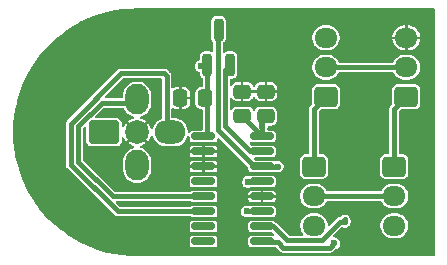
<source format=gbr>
%TF.GenerationSoftware,KiCad,Pcbnew,9.0.2*%
%TF.CreationDate,2025-10-29T16:27:15+01:00*%
%TF.ProjectId,neverx_daugther,6e657665-7278-45f6-9461-756774686572,rev?*%
%TF.SameCoordinates,Original*%
%TF.FileFunction,Copper,L2,Bot*%
%TF.FilePolarity,Positive*%
%FSLAX46Y46*%
G04 Gerber Fmt 4.6, Leading zero omitted, Abs format (unit mm)*
G04 Created by KiCad (PCBNEW 9.0.2) date 2025-10-29 16:27:15*
%MOMM*%
%LPD*%
G01*
G04 APERTURE LIST*
G04 Aperture macros list*
%AMRoundRect*
0 Rectangle with rounded corners*
0 $1 Rounding radius*
0 $2 $3 $4 $5 $6 $7 $8 $9 X,Y pos of 4 corners*
0 Add a 4 corners polygon primitive as box body*
4,1,4,$2,$3,$4,$5,$6,$7,$8,$9,$2,$3,0*
0 Add four circle primitives for the rounded corners*
1,1,$1+$1,$2,$3*
1,1,$1+$1,$4,$5*
1,1,$1+$1,$6,$7*
1,1,$1+$1,$8,$9*
0 Add four rect primitives between the rounded corners*
20,1,$1+$1,$2,$3,$4,$5,0*
20,1,$1+$1,$4,$5,$6,$7,0*
20,1,$1+$1,$6,$7,$8,$9,0*
20,1,$1+$1,$8,$9,$2,$3,0*%
G04 Aperture macros list end*
%TA.AperFunction,ComponentPad*%
%ADD10RoundRect,0.300000X-1.000000X-0.700000X1.000000X-0.700000X1.000000X0.700000X-1.000000X0.700000X0*%
%TD*%
%TA.AperFunction,ComponentPad*%
%ADD11RoundRect,1.000000X0.000010X-0.300000X0.000010X0.300000X-0.000010X0.300000X-0.000010X-0.300000X0*%
%TD*%
%TA.AperFunction,ComponentPad*%
%ADD12RoundRect,1.000000X-0.300000X-0.000010X0.300000X-0.000010X0.300000X0.000010X-0.300000X0.000010X0*%
%TD*%
%TA.AperFunction,ComponentPad*%
%ADD13RoundRect,1.000000X-0.000010X0.300000X-0.000010X-0.300000X0.000010X-0.300000X0.000010X0.300000X0*%
%TD*%
%TA.AperFunction,ComponentPad*%
%ADD14C,2.000000*%
%TD*%
%TA.AperFunction,SMDPad,CuDef*%
%ADD15RoundRect,0.250000X0.475000X-0.337500X0.475000X0.337500X-0.475000X0.337500X-0.475000X-0.337500X0*%
%TD*%
%TA.AperFunction,ComponentPad*%
%ADD16RoundRect,0.250000X0.725000X-0.600000X0.725000X0.600000X-0.725000X0.600000X-0.725000X-0.600000X0*%
%TD*%
%TA.AperFunction,ComponentPad*%
%ADD17O,1.950000X1.700000*%
%TD*%
%TA.AperFunction,ComponentPad*%
%ADD18RoundRect,0.250000X-0.725000X0.600000X-0.725000X-0.600000X0.725000X-0.600000X0.725000X0.600000X0*%
%TD*%
%TA.AperFunction,SMDPad,CuDef*%
%ADD19RoundRect,0.200000X0.200000X-0.750000X0.200000X0.750000X-0.200000X0.750000X-0.200000X-0.750000X0*%
%TD*%
%TA.AperFunction,SMDPad,CuDef*%
%ADD20RoundRect,0.150000X0.825000X0.150000X-0.825000X0.150000X-0.825000X-0.150000X0.825000X-0.150000X0*%
%TD*%
%TA.AperFunction,SMDPad,CuDef*%
%ADD21RoundRect,0.250000X0.337500X0.475000X-0.337500X0.475000X-0.337500X-0.475000X0.337500X-0.475000X0*%
%TD*%
%TA.AperFunction,ViaPad*%
%ADD22C,0.600000*%
%TD*%
%TA.AperFunction,Conductor*%
%ADD23C,0.400000*%
%TD*%
G04 APERTURE END LIST*
D10*
%TO.P,J1,1,Pin_1*%
%TO.N,+5V*%
X97200000Y-100000000D03*
D11*
%TO.P,J1,2,Pin_2*%
%TO.N,Net-(J1-Pin_2)*%
X100000000Y-97200000D03*
D12*
%TO.P,J1,3,Pin_3*%
%TO.N,Net-(J1-Pin_3)*%
X102800000Y-100000000D03*
D13*
%TO.P,J1,4,Pin_4*%
%TO.N,unconnected-(J1-Pin_4-Pad4)*%
X100000000Y-102800000D03*
D14*
%TO.P,J1,5,Pin_5*%
%TO.N,E-*%
X100000000Y-100000000D03*
%TD*%
D15*
%TO.P,C1,1*%
%TO.N,+5V*%
X110900000Y-98637500D03*
%TO.P,C1,2*%
%TO.N,E-*%
X110900000Y-96562500D03*
%TD*%
D16*
%TO.P,J2,1,Pin_1*%
%TO.N,Net-(J2-Pin_1)*%
X122800000Y-97000000D03*
D17*
%TO.P,J2,2,Pin_2*%
%TO.N,Net-(J2-Pin_2)*%
X122800000Y-94500000D03*
%TO.P,J2,3,Pin_3*%
%TO.N,E-*%
X122800000Y-92000000D03*
%TD*%
D18*
%TO.P,J4,1,Pin_1*%
%TO.N,Net-(J2-Pin_1)*%
X121775000Y-102900000D03*
D17*
%TO.P,J4,2,Pin_2*%
%TO.N,Net-(J4-Pin_2)*%
X121775000Y-105400000D03*
%TO.P,J4,3,Pin_3*%
%TO.N,A+*%
X121775000Y-107900000D03*
%TD*%
D19*
%TO.P,Q1,1,B*%
%TO.N,Net-(Q1-B)*%
X107850000Y-94300000D03*
%TO.P,Q1,2,E*%
%TO.N,+5V*%
X105950000Y-94300000D03*
%TO.P,Q1,3,C*%
%TO.N,Net-(Q1-C)*%
X106900000Y-91300000D03*
%TD*%
D20*
%TO.P,U1,1,VSUP*%
%TO.N,+5V*%
X110575000Y-100355000D03*
%TO.P,U1,2,BASE*%
%TO.N,Net-(Q1-B)*%
X110575000Y-101625000D03*
%TO.P,U1,3,AVDD*%
%TO.N,Net-(Q1-C)*%
X110575000Y-102895000D03*
%TO.P,U1,4,VFB*%
%TO.N,Net-(U1-VFB)*%
X110575000Y-104165000D03*
%TO.P,U1,5,AGND*%
%TO.N,E-*%
X110575000Y-105435000D03*
%TO.P,U1,6,VBG*%
%TO.N,Net-(U1-VBG)*%
X110575000Y-106705000D03*
%TO.P,U1,7,INA-*%
%TO.N,Net-(U1-INA-)*%
X110575000Y-107975000D03*
%TO.P,U1,8,INA+*%
%TO.N,Net-(U1-INA+)*%
X110575000Y-109245000D03*
%TO.P,U1,9,INB-*%
%TO.N,unconnected-(U1-INB--Pad9)*%
X105625000Y-109245000D03*
%TO.P,U1,10,INB+*%
%TO.N,unconnected-(U1-INB+-Pad10)*%
X105625000Y-107975000D03*
%TO.P,U1,11,PD_SCK*%
%TO.N,Net-(J1-Pin_3)*%
X105625000Y-106705000D03*
%TO.P,U1,12,DOUT*%
%TO.N,Net-(J1-Pin_2)*%
X105625000Y-105435000D03*
%TO.P,U1,13,XO*%
%TO.N,unconnected-(U1-XO-Pad13)*%
X105625000Y-104165000D03*
%TO.P,U1,14,XI*%
%TO.N,E-*%
X105625000Y-102895000D03*
%TO.P,U1,15,RATE*%
X105625000Y-101625000D03*
%TO.P,U1,16,DVDD*%
%TO.N,+5V*%
X105625000Y-100355000D03*
%TD*%
D15*
%TO.P,C3,1*%
%TO.N,+5V*%
X108900000Y-98637500D03*
%TO.P,C3,2*%
%TO.N,E-*%
X108900000Y-96562500D03*
%TD*%
D21*
%TO.P,C2,1*%
%TO.N,+5V*%
X105737500Y-97100000D03*
%TO.P,C2,2*%
%TO.N,E-*%
X103662500Y-97100000D03*
%TD*%
D18*
%TO.P,J5,1,Pin_1*%
%TO.N,Net-(J3-Pin_1)*%
X114975000Y-102900000D03*
D17*
%TO.P,J5,2,Pin_2*%
%TO.N,Net-(J4-Pin_2)*%
X114975000Y-105400000D03*
%TO.P,J5,3,Pin_3*%
%TO.N,E+*%
X114975000Y-107900000D03*
%TD*%
D16*
%TO.P,J3,1,Pin_1*%
%TO.N,Net-(J3-Pin_1)*%
X116000000Y-97000000D03*
D17*
%TO.P,J3,2,Pin_2*%
%TO.N,Net-(J2-Pin_2)*%
X116000000Y-94500000D03*
%TO.P,J3,3,Pin_3*%
%TO.N,A-*%
X116000000Y-92000000D03*
%TD*%
D22*
%TO.N,+5V*%
X105400000Y-94400000D03*
X110575000Y-99500000D03*
%TO.N,Net-(U1-VBG)*%
X109300000Y-106700000D03*
%TO.N,Net-(U1-INA-)*%
X117600000Y-107562500D03*
%TO.N,Net-(U1-INA+)*%
X116700000Y-109400000D03*
%TO.N,Net-(U1-VFB)*%
X109400000Y-104200000D03*
%TO.N,Net-(Q1-C)*%
X111900000Y-102900000D03*
%TD*%
D23*
%TO.N,+5V*%
X110575000Y-100312500D02*
X108900000Y-98637500D01*
X105850000Y-94400000D02*
X105950000Y-94300000D01*
X105950000Y-100030000D02*
X105625000Y-100355000D01*
X105950000Y-94300000D02*
X105950000Y-100030000D01*
X110575000Y-98962500D02*
X110900000Y-98637500D01*
X110575000Y-100355000D02*
X110575000Y-100312500D01*
X110575000Y-100355000D02*
X110575000Y-99500000D01*
X105400000Y-94400000D02*
X105850000Y-94400000D01*
X110575000Y-99500000D02*
X110575000Y-98962500D01*
%TO.N,Net-(U1-VBG)*%
X109300000Y-106700000D02*
X110570000Y-106700000D01*
X110570000Y-106700000D02*
X110575000Y-106705000D01*
%TO.N,Net-(U1-INA-)*%
X111549999Y-107975000D02*
X110575000Y-107975000D01*
X117600000Y-107362500D02*
X117600000Y-107562500D01*
X117600000Y-107562500D02*
X117206681Y-107562500D01*
X115618181Y-109151000D02*
X112725999Y-109151000D01*
X112725999Y-109151000D02*
X111549999Y-107975000D01*
X117206681Y-107562500D02*
X115618181Y-109151000D01*
%TO.N,Net-(U1-INA+)*%
X116700000Y-109400000D02*
X116300000Y-109800000D01*
X112400000Y-109800000D02*
X111900000Y-109300000D01*
X116300000Y-109800000D02*
X112400000Y-109800000D01*
X111900000Y-109300000D02*
X110630000Y-109300000D01*
X110630000Y-109300000D02*
X110575000Y-109245000D01*
%TO.N,Net-(J1-Pin_2)*%
X105625000Y-105435000D02*
X97935000Y-105435000D01*
X95000000Y-102500000D02*
X95000000Y-99508636D01*
X95000000Y-99508636D02*
X97008636Y-97500000D01*
X97935000Y-105435000D02*
X95000000Y-102500000D01*
X97008636Y-97500000D02*
X100000000Y-97500000D01*
%TO.N,Net-(J1-Pin_3)*%
X102500000Y-95202580D02*
X102500000Y-100000000D01*
X94399000Y-102748942D02*
X94399000Y-99259694D01*
X105625000Y-106705000D02*
X98355058Y-106705000D01*
X98355058Y-106705000D02*
X94399000Y-102748942D01*
X98658694Y-95000000D02*
X102297420Y-95000000D01*
X94399000Y-99259694D02*
X98658694Y-95000000D01*
X102297420Y-95000000D02*
X102500000Y-95202580D01*
%TO.N,Net-(U1-VFB)*%
X109400000Y-104200000D02*
X110540000Y-104200000D01*
X110540000Y-104200000D02*
X110575000Y-104165000D01*
%TO.N,Net-(J2-Pin_2)*%
X116000000Y-94500000D02*
X122800000Y-94500000D01*
%TO.N,Net-(J2-Pin_1)*%
X121775000Y-102900000D02*
X121775000Y-98025000D01*
X121775000Y-98025000D02*
X122800000Y-97000000D01*
%TO.N,Net-(J3-Pin_1)*%
X114975000Y-102900000D02*
X114975000Y-98025000D01*
X114975000Y-98025000D02*
X116000000Y-97000000D01*
%TO.N,Net-(J4-Pin_2)*%
X114975000Y-105400000D02*
X121775000Y-105400000D01*
%TO.N,Net-(Q1-C)*%
X110580000Y-102900000D02*
X110575000Y-102895000D01*
X109923388Y-102895000D02*
X110575000Y-102895000D01*
X106900000Y-91300000D02*
X106849000Y-91351000D01*
X106849000Y-99820612D02*
X109923388Y-102895000D01*
X111900000Y-102900000D02*
X110580000Y-102900000D01*
X106849000Y-91351000D02*
X106849000Y-99820612D01*
%TO.N,Net-(Q1-B)*%
X109600001Y-101625000D02*
X110575000Y-101625000D01*
X107450000Y-94700000D02*
X107450000Y-99474999D01*
X107850000Y-94300000D02*
X107450000Y-94700000D01*
X107450000Y-99474999D02*
X109600001Y-101625000D01*
%TD*%
%TA.AperFunction,Conductor*%
%TO.N,E-*%
G36*
X102058691Y-95419407D02*
G01*
X102094655Y-95468907D01*
X102099500Y-95499500D01*
X102099500Y-98800011D01*
X102080593Y-98858202D01*
X102040489Y-98890575D01*
X101913332Y-98946720D01*
X101729780Y-99072457D01*
X101572454Y-99229783D01*
X101446722Y-99413330D01*
X101428546Y-99454496D01*
X101356857Y-99616857D01*
X101350113Y-99645531D01*
X101345732Y-99664157D01*
X101314003Y-99716472D01*
X101257584Y-99740147D01*
X101198024Y-99726138D01*
X101158073Y-99679795D01*
X101155207Y-99672081D01*
X101112086Y-99539366D01*
X101026332Y-99371063D01*
X101026330Y-99371059D01*
X100921592Y-99226900D01*
X100493581Y-99654910D01*
X100480119Y-99631592D01*
X100368408Y-99519881D01*
X100345087Y-99506416D01*
X100773098Y-99078406D01*
X100628940Y-98973669D01*
X100628936Y-98973667D01*
X100460635Y-98887914D01*
X100327917Y-98844792D01*
X100278417Y-98808828D01*
X100259510Y-98750637D01*
X100278417Y-98692446D01*
X100327917Y-98656482D01*
X100335814Y-98654274D01*
X100383143Y-98643143D01*
X100586671Y-98553277D01*
X100770221Y-98427542D01*
X100927542Y-98270221D01*
X101053277Y-98086671D01*
X101143143Y-97883143D01*
X101194081Y-97666567D01*
X101200500Y-97574092D01*
X101200500Y-96825908D01*
X101194081Y-96733433D01*
X101182224Y-96683022D01*
X101155829Y-96570796D01*
X101143143Y-96516857D01*
X101053277Y-96313329D01*
X100949689Y-96162109D01*
X100927545Y-96129783D01*
X100927544Y-96129782D01*
X100927542Y-96129779D01*
X100770221Y-95972458D01*
X100770217Y-95972455D01*
X100770216Y-95972454D01*
X100658544Y-95895957D01*
X100586671Y-95846723D01*
X100383143Y-95756857D01*
X100383137Y-95756855D01*
X100383136Y-95756855D01*
X100166571Y-95705919D01*
X100166561Y-95705918D01*
X100074095Y-95699500D01*
X100074092Y-95699500D01*
X99925908Y-95699500D01*
X99925905Y-95699500D01*
X99833438Y-95705918D01*
X99833428Y-95705919D01*
X99616863Y-95756855D01*
X99616859Y-95756856D01*
X99616857Y-95756857D01*
X99515093Y-95801790D01*
X99413330Y-95846722D01*
X99229783Y-95972454D01*
X99072454Y-96129783D01*
X98946722Y-96313330D01*
X98920629Y-96372427D01*
X98856857Y-96516857D01*
X98856856Y-96516859D01*
X98856855Y-96516863D01*
X98805919Y-96733428D01*
X98805918Y-96733438D01*
X98799500Y-96825904D01*
X98799500Y-97000500D01*
X98780593Y-97058691D01*
X98731093Y-97094655D01*
X98700500Y-97099500D01*
X97364595Y-97099500D01*
X97306404Y-97080593D01*
X97270440Y-97031093D01*
X97270440Y-96969907D01*
X97294591Y-96930496D01*
X98795591Y-95429496D01*
X98850108Y-95401719D01*
X98865595Y-95400500D01*
X102000500Y-95400500D01*
X102058691Y-95419407D01*
G37*
%TD.AperFunction*%
%TA.AperFunction,Conductor*%
G36*
X98858203Y-97919407D02*
G01*
X98890577Y-97959512D01*
X98930752Y-98050500D01*
X98946723Y-98086671D01*
X98951680Y-98093907D01*
X99072454Y-98270216D01*
X99072455Y-98270217D01*
X99072458Y-98270221D01*
X99229779Y-98427542D01*
X99413329Y-98553277D01*
X99616857Y-98643143D01*
X99664155Y-98654267D01*
X99716471Y-98685994D01*
X99740147Y-98742413D01*
X99726139Y-98801974D01*
X99679797Y-98841925D01*
X99672082Y-98844792D01*
X99539364Y-98887914D01*
X99371064Y-98973667D01*
X99226900Y-99078406D01*
X99654911Y-99506417D01*
X99631592Y-99519881D01*
X99519881Y-99631592D01*
X99506417Y-99654911D01*
X99078406Y-99226900D01*
X98973667Y-99371064D01*
X98887709Y-99539767D01*
X98844444Y-99583032D01*
X98784012Y-99592603D01*
X98729495Y-99564826D01*
X98701718Y-99510309D01*
X98700499Y-99494822D01*
X98700499Y-99252133D01*
X98700499Y-99252128D01*
X98694091Y-99192517D01*
X98694090Y-99192514D01*
X98643797Y-99057670D01*
X98557549Y-98942458D01*
X98557548Y-98942457D01*
X98557546Y-98942454D01*
X98488245Y-98890575D01*
X98442329Y-98856202D01*
X98307488Y-98805910D01*
X98307483Y-98805909D01*
X98307481Y-98805908D01*
X98307477Y-98805908D01*
X98276249Y-98802550D01*
X98247873Y-98799500D01*
X98247870Y-98799500D01*
X96514536Y-98799500D01*
X96456345Y-98780593D01*
X96420381Y-98731093D01*
X96420381Y-98669907D01*
X96444532Y-98630496D01*
X96742523Y-98332506D01*
X97145533Y-97929496D01*
X97200050Y-97901719D01*
X97215537Y-97900500D01*
X98800012Y-97900500D01*
X98858203Y-97919407D01*
G37*
%TD.AperFunction*%
%TA.AperFunction,Conductor*%
G36*
X125158691Y-89519407D02*
G01*
X125194655Y-89568907D01*
X125199500Y-89599500D01*
X125199500Y-110400500D01*
X125180593Y-110458691D01*
X125131093Y-110494655D01*
X125100500Y-110499500D01*
X100001501Y-110499500D01*
X99998511Y-110499455D01*
X99369046Y-110480434D01*
X99363077Y-110480073D01*
X98737402Y-110423217D01*
X98731465Y-110422496D01*
X98110367Y-110327966D01*
X98104485Y-110326888D01*
X97490234Y-110195032D01*
X97484427Y-110193601D01*
X96879248Y-110024895D01*
X96873539Y-110023116D01*
X96279650Y-109818177D01*
X96274058Y-109816056D01*
X95693637Y-109575637D01*
X95688184Y-109573183D01*
X95123328Y-109298155D01*
X95118033Y-109295376D01*
X94850327Y-109144389D01*
X94850325Y-109144386D01*
X94703790Y-109061740D01*
X104449500Y-109061740D01*
X104449500Y-109428260D01*
X104454983Y-109465890D01*
X104459427Y-109496395D01*
X104506746Y-109593186D01*
X104510802Y-109601483D01*
X104593517Y-109684198D01*
X104626864Y-109700500D01*
X104698604Y-109735572D01*
X104698605Y-109735572D01*
X104698607Y-109735573D01*
X104766740Y-109745500D01*
X104766743Y-109745500D01*
X106483257Y-109745500D01*
X106483260Y-109745500D01*
X106551393Y-109735573D01*
X106656483Y-109684198D01*
X106739198Y-109601483D01*
X106790573Y-109496393D01*
X106800500Y-109428260D01*
X106800500Y-109061740D01*
X106790573Y-108993607D01*
X106787217Y-108986743D01*
X106739198Y-108888518D01*
X106739198Y-108888517D01*
X106656483Y-108805802D01*
X106656481Y-108805801D01*
X106551395Y-108754427D01*
X106524139Y-108750456D01*
X106483260Y-108744500D01*
X104766740Y-108744500D01*
X104732673Y-108749463D01*
X104698604Y-108754427D01*
X104593518Y-108805801D01*
X104510801Y-108888518D01*
X104459427Y-108993604D01*
X104459427Y-108993607D01*
X104449500Y-109061740D01*
X94703790Y-109061740D01*
X94570817Y-108986743D01*
X94565699Y-108983650D01*
X94211164Y-108754427D01*
X94038113Y-108642541D01*
X94033198Y-108639149D01*
X94028936Y-108636013D01*
X93704920Y-108397597D01*
X93527166Y-108266803D01*
X93522459Y-108263115D01*
X93043809Y-107864210D01*
X93043809Y-107864209D01*
X93039837Y-107860899D01*
X93035360Y-107856933D01*
X92966104Y-107791740D01*
X104449500Y-107791740D01*
X104449500Y-108158260D01*
X104456118Y-108203682D01*
X104459427Y-108226395D01*
X104510801Y-108331481D01*
X104510802Y-108331483D01*
X104593517Y-108414198D01*
X104647285Y-108440483D01*
X104698604Y-108465572D01*
X104698605Y-108465572D01*
X104698607Y-108465573D01*
X104766740Y-108475500D01*
X104766743Y-108475500D01*
X106483257Y-108475500D01*
X106483260Y-108475500D01*
X106551393Y-108465573D01*
X106656483Y-108414198D01*
X106739198Y-108331483D01*
X106790573Y-108226393D01*
X106800500Y-108158260D01*
X106800500Y-107791740D01*
X109399500Y-107791740D01*
X109399500Y-108158260D01*
X109406118Y-108203682D01*
X109409427Y-108226395D01*
X109460801Y-108331481D01*
X109460802Y-108331483D01*
X109543517Y-108414198D01*
X109597285Y-108440483D01*
X109648604Y-108465572D01*
X109648605Y-108465572D01*
X109648607Y-108465573D01*
X109716740Y-108475500D01*
X109716743Y-108475500D01*
X111433252Y-108475500D01*
X111433260Y-108475500D01*
X111433267Y-108475498D01*
X111435513Y-108475336D01*
X111436178Y-108475500D01*
X111436843Y-108475500D01*
X111436843Y-108475663D01*
X111446741Y-108478104D01*
X111458162Y-108476296D01*
X111475753Y-108485258D01*
X111494919Y-108489985D01*
X111512679Y-108504073D01*
X111597465Y-108588859D01*
X111625242Y-108643376D01*
X111615671Y-108703808D01*
X111572406Y-108747073D01*
X111511974Y-108756644D01*
X111504189Y-108754835D01*
X111501394Y-108754427D01*
X111501393Y-108754427D01*
X111433260Y-108744500D01*
X109716740Y-108744500D01*
X109682673Y-108749463D01*
X109648604Y-108754427D01*
X109543518Y-108805801D01*
X109460801Y-108888518D01*
X109409427Y-108993604D01*
X109409427Y-108993607D01*
X109399500Y-109061740D01*
X109399500Y-109428260D01*
X109404983Y-109465890D01*
X109409427Y-109496395D01*
X109456746Y-109593186D01*
X109460802Y-109601483D01*
X109543517Y-109684198D01*
X109576864Y-109700500D01*
X109648604Y-109735572D01*
X109648605Y-109735572D01*
X109648607Y-109735573D01*
X109716740Y-109745500D01*
X109716743Y-109745500D01*
X111433257Y-109745500D01*
X111433260Y-109745500D01*
X111501393Y-109735573D01*
X111552560Y-109710559D01*
X111596040Y-109700500D01*
X111693100Y-109700500D01*
X111751291Y-109719407D01*
X111763103Y-109729496D01*
X112076057Y-110042449D01*
X112076062Y-110042455D01*
X112076063Y-110042455D01*
X112079518Y-110045910D01*
X112079520Y-110045913D01*
X112154087Y-110120480D01*
X112199750Y-110146843D01*
X112245412Y-110173207D01*
X112347273Y-110200500D01*
X112347275Y-110200500D01*
X116352725Y-110200500D01*
X116352727Y-110200500D01*
X116454588Y-110173207D01*
X116454590Y-110173205D01*
X116454592Y-110173205D01*
X116545908Y-110120483D01*
X116545908Y-110120482D01*
X116545913Y-110120480D01*
X116747136Y-109919255D01*
X116791514Y-109893634D01*
X116893186Y-109866392D01*
X117007314Y-109800500D01*
X117100500Y-109707314D01*
X117166392Y-109593186D01*
X117200500Y-109465892D01*
X117200500Y-109334108D01*
X117166392Y-109206814D01*
X117166390Y-109206811D01*
X117166390Y-109206809D01*
X117100503Y-109092690D01*
X117100501Y-109092688D01*
X117100500Y-109092686D01*
X117007314Y-108999500D01*
X117007311Y-108999498D01*
X117007309Y-108999496D01*
X116893189Y-108933609D01*
X116893191Y-108933609D01*
X116843799Y-108920375D01*
X116765892Y-108899500D01*
X116675082Y-108899500D01*
X116616891Y-108880593D01*
X116580927Y-108831093D01*
X116580927Y-108769907D01*
X116605078Y-108730497D01*
X117289616Y-108045957D01*
X117344133Y-108018179D01*
X117400529Y-108027110D01*
X117400820Y-108026409D01*
X117403743Y-108027619D01*
X117404565Y-108027750D01*
X117406196Y-108028635D01*
X117406809Y-108028889D01*
X117406814Y-108028892D01*
X117534108Y-108063000D01*
X117534110Y-108063000D01*
X117665890Y-108063000D01*
X117665892Y-108063000D01*
X117793186Y-108028892D01*
X117793188Y-108028890D01*
X117793190Y-108028890D01*
X117907309Y-107963003D01*
X117907309Y-107963002D01*
X117907314Y-107963000D01*
X118000500Y-107869814D01*
X118003736Y-107864210D01*
X118042810Y-107796532D01*
X120599500Y-107796532D01*
X120599500Y-108003467D01*
X120639869Y-108206418D01*
X120719058Y-108397597D01*
X120834020Y-108569651D01*
X120834023Y-108569655D01*
X120980345Y-108715977D01*
X121152402Y-108830941D01*
X121343580Y-108910130D01*
X121546535Y-108950500D01*
X121546536Y-108950500D01*
X122003464Y-108950500D01*
X122003465Y-108950500D01*
X122206420Y-108910130D01*
X122397598Y-108830941D01*
X122569655Y-108715977D01*
X122715977Y-108569655D01*
X122830941Y-108397598D01*
X122910130Y-108206420D01*
X122950500Y-108003465D01*
X122950500Y-107796535D01*
X122910130Y-107593580D01*
X122830941Y-107402402D01*
X122715977Y-107230345D01*
X122569655Y-107084023D01*
X122560948Y-107078205D01*
X122397597Y-106969058D01*
X122206418Y-106889869D01*
X122003467Y-106849500D01*
X122003465Y-106849500D01*
X121546535Y-106849500D01*
X121546532Y-106849500D01*
X121343581Y-106889869D01*
X121152402Y-106969058D01*
X120980348Y-107084020D01*
X120834020Y-107230348D01*
X120719058Y-107402402D01*
X120639869Y-107593581D01*
X120599500Y-107796532D01*
X118042810Y-107796532D01*
X118066388Y-107755693D01*
X118066388Y-107755692D01*
X118066392Y-107755686D01*
X118100500Y-107628392D01*
X118100500Y-107496608D01*
X118066392Y-107369314D01*
X118066390Y-107369311D01*
X118066390Y-107369309D01*
X118000503Y-107255190D01*
X118000501Y-107255188D01*
X118000500Y-107255186D01*
X117999274Y-107253960D01*
X117998409Y-107252461D01*
X117996551Y-107250040D01*
X117996869Y-107249795D01*
X117976061Y-107213751D01*
X117975689Y-107213906D01*
X117974515Y-107211072D01*
X117973653Y-107209579D01*
X117973207Y-107207913D01*
X117966081Y-107195571D01*
X117920481Y-107116589D01*
X117920480Y-107116587D01*
X117845913Y-107042020D01*
X117785800Y-107007314D01*
X117754589Y-106989294D01*
X117754588Y-106989293D01*
X117754587Y-106989293D01*
X117652727Y-106962000D01*
X117547273Y-106962000D01*
X117445413Y-106989293D01*
X117445412Y-106989293D01*
X117445410Y-106989294D01*
X117445409Y-106989294D01*
X117354089Y-107042018D01*
X117279514Y-107116593D01*
X117275571Y-107121733D01*
X117273444Y-107120101D01*
X117236388Y-107153451D01*
X117196143Y-107162000D01*
X117153954Y-107162000D01*
X117091610Y-107178704D01*
X117052088Y-107189294D01*
X116960772Y-107242016D01*
X116960767Y-107242020D01*
X116319503Y-107883283D01*
X116264987Y-107911060D01*
X116204555Y-107901489D01*
X116161290Y-107858224D01*
X116150500Y-107813279D01*
X116150500Y-107796536D01*
X116150499Y-107796532D01*
X116149546Y-107791743D01*
X116110130Y-107593580D01*
X116030941Y-107402402D01*
X115915977Y-107230345D01*
X115769655Y-107084023D01*
X115760948Y-107078205D01*
X115597597Y-106969058D01*
X115406418Y-106889869D01*
X115203467Y-106849500D01*
X115203465Y-106849500D01*
X114746535Y-106849500D01*
X114746532Y-106849500D01*
X114543581Y-106889869D01*
X114352402Y-106969058D01*
X114180348Y-107084020D01*
X114034020Y-107230348D01*
X113919058Y-107402402D01*
X113839869Y-107593581D01*
X113799500Y-107796532D01*
X113799500Y-108003467D01*
X113839869Y-108206418D01*
X113919058Y-108397597D01*
X114034020Y-108569651D01*
X114034023Y-108569655D01*
X114045866Y-108581498D01*
X114073642Y-108636013D01*
X114064071Y-108696445D01*
X114020806Y-108739710D01*
X113975861Y-108750500D01*
X112932900Y-108750500D01*
X112874709Y-108731593D01*
X112862896Y-108721504D01*
X112347810Y-108206418D01*
X111795912Y-107654520D01*
X111795909Y-107654518D01*
X111795908Y-107654517D01*
X111795907Y-107654516D01*
X111704590Y-107601794D01*
X111704591Y-107601794D01*
X111701884Y-107601068D01*
X111686341Y-107596904D01*
X111641964Y-107571283D01*
X111606483Y-107535802D01*
X111606481Y-107535801D01*
X111501395Y-107484427D01*
X111474139Y-107480456D01*
X111433260Y-107474500D01*
X109716740Y-107474500D01*
X109682673Y-107479463D01*
X109648604Y-107484427D01*
X109543518Y-107535801D01*
X109460801Y-107618518D01*
X109409427Y-107723604D01*
X109409427Y-107723607D01*
X109399500Y-107791740D01*
X106800500Y-107791740D01*
X106790573Y-107723607D01*
X106739198Y-107618517D01*
X106656483Y-107535802D01*
X106656481Y-107535801D01*
X106551395Y-107484427D01*
X106524139Y-107480456D01*
X106483260Y-107474500D01*
X104766740Y-107474500D01*
X104732673Y-107479463D01*
X104698604Y-107484427D01*
X104593518Y-107535801D01*
X104510801Y-107618518D01*
X104459427Y-107723604D01*
X104459427Y-107723607D01*
X104449500Y-107791740D01*
X92966104Y-107791740D01*
X92577910Y-107426318D01*
X92573681Y-107422089D01*
X92143066Y-106964639D01*
X92139100Y-106960163D01*
X91736884Y-106477540D01*
X91733196Y-106472833D01*
X91595422Y-106285593D01*
X91360840Y-105966787D01*
X91357463Y-105961893D01*
X91016347Y-105434297D01*
X91013255Y-105429182D01*
X90957316Y-105330000D01*
X90704619Y-104881960D01*
X90701844Y-104876671D01*
X90630599Y-104730348D01*
X90503378Y-104469059D01*
X90426816Y-104311815D01*
X90424362Y-104306362D01*
X90183943Y-103725941D01*
X90181822Y-103720349D01*
X90179167Y-103712654D01*
X89976877Y-103126443D01*
X89975109Y-103120768D01*
X89806397Y-102515571D01*
X89804967Y-102509765D01*
X89777703Y-102382756D01*
X89673110Y-101895510D01*
X89672033Y-101889632D01*
X89659642Y-101808216D01*
X89577501Y-101268517D01*
X89576782Y-101262597D01*
X89519924Y-100636901D01*
X89519566Y-100630973D01*
X89500590Y-100002978D01*
X89500590Y-99997010D01*
X89502719Y-99926551D01*
X89519566Y-99369024D01*
X89519924Y-99363102D01*
X89534112Y-99206967D01*
X93998500Y-99206967D01*
X93998500Y-102696215D01*
X93998500Y-102801669D01*
X94007192Y-102834108D01*
X94025794Y-102903534D01*
X94078516Y-102994850D01*
X94078518Y-102994852D01*
X94078520Y-102994855D01*
X98109145Y-107025480D01*
X98109147Y-107025481D01*
X98109149Y-107025483D01*
X98200466Y-107078205D01*
X98200464Y-107078205D01*
X98200468Y-107078206D01*
X98200470Y-107078207D01*
X98302331Y-107105500D01*
X104513812Y-107105500D01*
X104572003Y-107124407D01*
X104583809Y-107134490D01*
X104593517Y-107144198D01*
X104629932Y-107162000D01*
X104698604Y-107195572D01*
X104698605Y-107195572D01*
X104698607Y-107195573D01*
X104766740Y-107205500D01*
X104766743Y-107205500D01*
X106483257Y-107205500D01*
X106483260Y-107205500D01*
X106551393Y-107195573D01*
X106656483Y-107144198D01*
X106739198Y-107061483D01*
X106790573Y-106956393D01*
X106800500Y-106888260D01*
X106800500Y-106634108D01*
X108799500Y-106634108D01*
X108799500Y-106765892D01*
X108829579Y-106878151D01*
X108833609Y-106893190D01*
X108899496Y-107007309D01*
X108899498Y-107007311D01*
X108899500Y-107007314D01*
X108992686Y-107100500D01*
X108992688Y-107100501D01*
X108992690Y-107100503D01*
X109106810Y-107166390D01*
X109106808Y-107166390D01*
X109106812Y-107166391D01*
X109106814Y-107166392D01*
X109234108Y-107200500D01*
X109234110Y-107200500D01*
X109365890Y-107200500D01*
X109365892Y-107200500D01*
X109493186Y-107166392D01*
X109493197Y-107166385D01*
X109499181Y-107163908D01*
X109499884Y-107165607D01*
X109551272Y-107154675D01*
X109584421Y-107164194D01*
X109648607Y-107195573D01*
X109716740Y-107205500D01*
X109716743Y-107205500D01*
X111433257Y-107205500D01*
X111433260Y-107205500D01*
X111501393Y-107195573D01*
X111606483Y-107144198D01*
X111689198Y-107061483D01*
X111740573Y-106956393D01*
X111750500Y-106888260D01*
X111750500Y-106521740D01*
X111740573Y-106453607D01*
X111739054Y-106450500D01*
X111689198Y-106348518D01*
X111689198Y-106348517D01*
X111606483Y-106265802D01*
X111573728Y-106249789D01*
X111501395Y-106214427D01*
X111474139Y-106210456D01*
X111433260Y-106204500D01*
X109716740Y-106204500D01*
X109675860Y-106210456D01*
X109648605Y-106214427D01*
X109593798Y-106241220D01*
X109533215Y-106249789D01*
X109500822Y-106238016D01*
X109493188Y-106233609D01*
X109493187Y-106233608D01*
X109493186Y-106233608D01*
X109365892Y-106199500D01*
X109234108Y-106199500D01*
X109172607Y-106215979D01*
X109106809Y-106233609D01*
X108992690Y-106299496D01*
X108899496Y-106392690D01*
X108833609Y-106506809D01*
X108829608Y-106521743D01*
X108799500Y-106634108D01*
X106800500Y-106634108D01*
X106800500Y-106521740D01*
X106790573Y-106453607D01*
X106789054Y-106450500D01*
X106739198Y-106348518D01*
X106739198Y-106348517D01*
X106656483Y-106265802D01*
X106623728Y-106249789D01*
X106551395Y-106214427D01*
X106524139Y-106210456D01*
X106483260Y-106204500D01*
X104766740Y-106204500D01*
X104732673Y-106209463D01*
X104698604Y-106214427D01*
X104593518Y-106265801D01*
X104593517Y-106265801D01*
X104593517Y-106265802D01*
X104583813Y-106275505D01*
X104529299Y-106303281D01*
X104513812Y-106304500D01*
X98561959Y-106304500D01*
X98503768Y-106285593D01*
X98491955Y-106275504D01*
X98220955Y-106004504D01*
X98193178Y-105949987D01*
X98202749Y-105889555D01*
X98246014Y-105846290D01*
X98290959Y-105835500D01*
X104513812Y-105835500D01*
X104572003Y-105854407D01*
X104583809Y-105864490D01*
X104593517Y-105874198D01*
X104641377Y-105897595D01*
X104698604Y-105925572D01*
X104698605Y-105925572D01*
X104698607Y-105925573D01*
X104766740Y-105935500D01*
X104766743Y-105935500D01*
X106483257Y-105935500D01*
X106483260Y-105935500D01*
X106551393Y-105925573D01*
X106656483Y-105874198D01*
X106739198Y-105791483D01*
X106790573Y-105686393D01*
X106800500Y-105618260D01*
X106800500Y-105540001D01*
X109400001Y-105540001D01*
X109400001Y-105618216D01*
X109409912Y-105686250D01*
X109461214Y-105791188D01*
X109543812Y-105873786D01*
X109648751Y-105925087D01*
X109716784Y-105934999D01*
X110469998Y-105934999D01*
X110470000Y-105934998D01*
X110470000Y-105540001D01*
X110680000Y-105540001D01*
X110680000Y-105934998D01*
X110680001Y-105934999D01*
X111433213Y-105934999D01*
X111433216Y-105934998D01*
X111501250Y-105925087D01*
X111606188Y-105873785D01*
X111688786Y-105791187D01*
X111740087Y-105686248D01*
X111750000Y-105618215D01*
X111750000Y-105540001D01*
X111749999Y-105540000D01*
X110680001Y-105540000D01*
X110680000Y-105540001D01*
X110470000Y-105540001D01*
X110469999Y-105540000D01*
X109400002Y-105540000D01*
X109400001Y-105540001D01*
X106800500Y-105540001D01*
X106800500Y-105251784D01*
X109400000Y-105251784D01*
X109400000Y-105329999D01*
X109400001Y-105330000D01*
X110469999Y-105330000D01*
X110470000Y-105329999D01*
X110470000Y-104935001D01*
X110680000Y-104935001D01*
X110680000Y-105329999D01*
X110680001Y-105330000D01*
X111749998Y-105330000D01*
X111749999Y-105329999D01*
X111749999Y-105296532D01*
X113799500Y-105296532D01*
X113799500Y-105503467D01*
X113839869Y-105706418D01*
X113919058Y-105897597D01*
X114014240Y-106040048D01*
X114034023Y-106069655D01*
X114180345Y-106215977D01*
X114352402Y-106330941D01*
X114543580Y-106410130D01*
X114746535Y-106450500D01*
X114746536Y-106450500D01*
X115203464Y-106450500D01*
X115203465Y-106450500D01*
X115406420Y-106410130D01*
X115597598Y-106330941D01*
X115769655Y-106215977D01*
X115915977Y-106069655D01*
X116030941Y-105897598D01*
X116045846Y-105861615D01*
X116085582Y-105815089D01*
X116137310Y-105800500D01*
X120612690Y-105800500D01*
X120670881Y-105819407D01*
X120704154Y-105861615D01*
X120719057Y-105897595D01*
X120719058Y-105897597D01*
X120719059Y-105897598D01*
X120834023Y-106069655D01*
X120980345Y-106215977D01*
X121152402Y-106330941D01*
X121343580Y-106410130D01*
X121546535Y-106450500D01*
X121546536Y-106450500D01*
X122003464Y-106450500D01*
X122003465Y-106450500D01*
X122206420Y-106410130D01*
X122397598Y-106330941D01*
X122569655Y-106215977D01*
X122715977Y-106069655D01*
X122830941Y-105897598D01*
X122910130Y-105706420D01*
X122950500Y-105503465D01*
X122950500Y-105296535D01*
X122910130Y-105093580D01*
X122830941Y-104902402D01*
X122715977Y-104730345D01*
X122569655Y-104584023D01*
X122476054Y-104521481D01*
X122397597Y-104469058D01*
X122206418Y-104389869D01*
X122003467Y-104349500D01*
X122003465Y-104349500D01*
X121546535Y-104349500D01*
X121546532Y-104349500D01*
X121343581Y-104389869D01*
X121152402Y-104469058D01*
X120980348Y-104584020D01*
X120834020Y-104730348D01*
X120719057Y-104902404D01*
X120704154Y-104938385D01*
X120664418Y-104984911D01*
X120612690Y-104999500D01*
X116137310Y-104999500D01*
X116079119Y-104980593D01*
X116045846Y-104938385D01*
X116030942Y-104902404D01*
X116015545Y-104879361D01*
X115915977Y-104730345D01*
X115769655Y-104584023D01*
X115676054Y-104521481D01*
X115597597Y-104469058D01*
X115406418Y-104389869D01*
X115203467Y-104349500D01*
X115203465Y-104349500D01*
X114746535Y-104349500D01*
X114746532Y-104349500D01*
X114543581Y-104389869D01*
X114352402Y-104469058D01*
X114180348Y-104584020D01*
X114034020Y-104730348D01*
X113919058Y-104902402D01*
X113839869Y-105093581D01*
X113799500Y-105296532D01*
X111749999Y-105296532D01*
X111749999Y-105251786D01*
X111749998Y-105251783D01*
X111740087Y-105183749D01*
X111688785Y-105078811D01*
X111606187Y-104996213D01*
X111501248Y-104944912D01*
X111433216Y-104935000D01*
X110680001Y-104935000D01*
X110680000Y-104935001D01*
X110470000Y-104935001D01*
X110469999Y-104935000D01*
X109716786Y-104935000D01*
X109716783Y-104935001D01*
X109648749Y-104944912D01*
X109543811Y-104996214D01*
X109461213Y-105078812D01*
X109409912Y-105183751D01*
X109400000Y-105251784D01*
X106800500Y-105251784D01*
X106800500Y-105251740D01*
X106790573Y-105183607D01*
X106739198Y-105078517D01*
X106656483Y-104995802D01*
X106634205Y-104984911D01*
X106551395Y-104944427D01*
X106524139Y-104940456D01*
X106483260Y-104934500D01*
X104766740Y-104934500D01*
X104740076Y-104938385D01*
X104698604Y-104944427D01*
X104593518Y-104995801D01*
X104593517Y-104995801D01*
X104593517Y-104995802D01*
X104583813Y-105005505D01*
X104529299Y-105033281D01*
X104513812Y-105034500D01*
X98141901Y-105034500D01*
X98083710Y-105015593D01*
X98071897Y-105005504D01*
X95429496Y-102363103D01*
X95401719Y-102308586D01*
X95400500Y-102293099D01*
X95400500Y-99715535D01*
X95419407Y-99657344D01*
X95429484Y-99645544D01*
X95530499Y-99544529D01*
X95585013Y-99516754D01*
X95645445Y-99526325D01*
X95688710Y-99569590D01*
X95699500Y-99614535D01*
X95699500Y-100747866D01*
X95699501Y-100747870D01*
X95705908Y-100807480D01*
X95705909Y-100807485D01*
X95756202Y-100942329D01*
X95819087Y-101026332D01*
X95842454Y-101057546D01*
X95842457Y-101057548D01*
X95842458Y-101057549D01*
X95957670Y-101143797D01*
X96092511Y-101194089D01*
X96092512Y-101194089D01*
X96092517Y-101194091D01*
X96152127Y-101200500D01*
X98247872Y-101200499D01*
X98307483Y-101194091D01*
X98404050Y-101158074D01*
X98442329Y-101143797D01*
X98442329Y-101143796D01*
X98442331Y-101143796D01*
X98557546Y-101057546D01*
X98643796Y-100942331D01*
X98694091Y-100807483D01*
X98700500Y-100747873D01*
X98700499Y-100505175D01*
X98719406Y-100446988D01*
X98768906Y-100411024D01*
X98830091Y-100411023D01*
X98879591Y-100446987D01*
X98887709Y-100460233D01*
X98973667Y-100628936D01*
X98973669Y-100628940D01*
X99078406Y-100773098D01*
X99506416Y-100345087D01*
X99519881Y-100368408D01*
X99631592Y-100480119D01*
X99654910Y-100493581D01*
X99226900Y-100921592D01*
X99371059Y-101026330D01*
X99371063Y-101026332D01*
X99539366Y-101112086D01*
X99672081Y-101155207D01*
X99721581Y-101191171D01*
X99740489Y-101249361D01*
X99721582Y-101307552D01*
X99672082Y-101343516D01*
X99664157Y-101345732D01*
X99650678Y-101348902D01*
X99616857Y-101356857D01*
X99578596Y-101373751D01*
X99413330Y-101446722D01*
X99229783Y-101572454D01*
X99072454Y-101729783D01*
X98946722Y-101913330D01*
X98918234Y-101977850D01*
X98856857Y-102116857D01*
X98856856Y-102116859D01*
X98856855Y-102116863D01*
X98805919Y-102333428D01*
X98805918Y-102333438D01*
X98799500Y-102425904D01*
X98799500Y-103174095D01*
X98805918Y-103266561D01*
X98805919Y-103266571D01*
X98856855Y-103483136D01*
X98856857Y-103483143D01*
X98946723Y-103686671D01*
X98973624Y-103725941D01*
X99072454Y-103870216D01*
X99072455Y-103870217D01*
X99072458Y-103870221D01*
X99229779Y-104027542D01*
X99413329Y-104153277D01*
X99616857Y-104243143D01*
X99768519Y-104278813D01*
X99833428Y-104294080D01*
X99833429Y-104294080D01*
X99833433Y-104294081D01*
X99891229Y-104298092D01*
X99925905Y-104300500D01*
X99925908Y-104300500D01*
X100074095Y-104300500D01*
X100104917Y-104298360D01*
X100166567Y-104294081D01*
X100383143Y-104243143D01*
X100586671Y-104153277D01*
X100770221Y-104027542D01*
X100816023Y-103981740D01*
X104449500Y-103981740D01*
X104449500Y-104348260D01*
X104449681Y-104349500D01*
X104459427Y-104416395D01*
X104503873Y-104507309D01*
X104510802Y-104521483D01*
X104593517Y-104604198D01*
X104647285Y-104630483D01*
X104698604Y-104655572D01*
X104698605Y-104655572D01*
X104698607Y-104655573D01*
X104766740Y-104665500D01*
X104766743Y-104665500D01*
X106483257Y-104665500D01*
X106483260Y-104665500D01*
X106551393Y-104655573D01*
X106656483Y-104604198D01*
X106739198Y-104521483D01*
X106790573Y-104416393D01*
X106800500Y-104348260D01*
X106800500Y-104134108D01*
X108899500Y-104134108D01*
X108899500Y-104265892D01*
X108929579Y-104378151D01*
X108933609Y-104393190D01*
X108999496Y-104507309D01*
X108999498Y-104507311D01*
X108999500Y-104507314D01*
X109092686Y-104600500D01*
X109092688Y-104600501D01*
X109092690Y-104600503D01*
X109206810Y-104666390D01*
X109206808Y-104666390D01*
X109206812Y-104666391D01*
X109206814Y-104666392D01*
X109334108Y-104700500D01*
X109334110Y-104700500D01*
X109465890Y-104700500D01*
X109465892Y-104700500D01*
X109593186Y-104666392D01*
X109593197Y-104666385D01*
X109599181Y-104663908D01*
X109600147Y-104666241D01*
X109649380Y-104655766D01*
X109653298Y-104656256D01*
X109716740Y-104665500D01*
X109716744Y-104665500D01*
X111433257Y-104665500D01*
X111433260Y-104665500D01*
X111501393Y-104655573D01*
X111606483Y-104604198D01*
X111689198Y-104521483D01*
X111740573Y-104416393D01*
X111750500Y-104348260D01*
X111750500Y-103981740D01*
X111740573Y-103913607D01*
X111737907Y-103908154D01*
X111715483Y-103862285D01*
X111689198Y-103808517D01*
X111606483Y-103725802D01*
X111580055Y-103712882D01*
X111501395Y-103674427D01*
X111474139Y-103670456D01*
X111433260Y-103664500D01*
X109716740Y-103664500D01*
X109648607Y-103674427D01*
X109648605Y-103674427D01*
X109648603Y-103674428D01*
X109584086Y-103705968D01*
X109523504Y-103714539D01*
X109514985Y-103712654D01*
X109490031Y-103705968D01*
X109465892Y-103699500D01*
X109334108Y-103699500D01*
X109256298Y-103720349D01*
X109206809Y-103733609D01*
X109092690Y-103799496D01*
X108999496Y-103892690D01*
X108933609Y-104006809D01*
X108933608Y-104006814D01*
X108899500Y-104134108D01*
X106800500Y-104134108D01*
X106800500Y-103981740D01*
X106790573Y-103913607D01*
X106787907Y-103908154D01*
X106765483Y-103862285D01*
X106739198Y-103808517D01*
X106656483Y-103725802D01*
X106630055Y-103712882D01*
X106551395Y-103674427D01*
X106524139Y-103670456D01*
X106483260Y-103664500D01*
X104766740Y-103664500D01*
X104732673Y-103669463D01*
X104698604Y-103674427D01*
X104593518Y-103725801D01*
X104510801Y-103808518D01*
X104459427Y-103913604D01*
X104459427Y-103913607D01*
X104449500Y-103981740D01*
X100816023Y-103981740D01*
X100927542Y-103870221D01*
X101053277Y-103686671D01*
X101143143Y-103483143D01*
X101194081Y-103266567D01*
X101200500Y-103174092D01*
X101200500Y-103000001D01*
X104450001Y-103000001D01*
X104450001Y-103078216D01*
X104459912Y-103146250D01*
X104511214Y-103251188D01*
X104593812Y-103333786D01*
X104698751Y-103385087D01*
X104766784Y-103394999D01*
X105519998Y-103394999D01*
X105520000Y-103394998D01*
X105520000Y-103000001D01*
X105730000Y-103000001D01*
X105730000Y-103394998D01*
X105730001Y-103394999D01*
X106483213Y-103394999D01*
X106483216Y-103394998D01*
X106551250Y-103385087D01*
X106656188Y-103333785D01*
X106738786Y-103251187D01*
X106790087Y-103146248D01*
X106800000Y-103078215D01*
X106800000Y-103000001D01*
X106799999Y-103000000D01*
X105730001Y-103000000D01*
X105730000Y-103000001D01*
X105520000Y-103000001D01*
X105519999Y-103000000D01*
X104450002Y-103000000D01*
X104450001Y-103000001D01*
X101200500Y-103000001D01*
X101200500Y-102711784D01*
X104450000Y-102711784D01*
X104450000Y-102789999D01*
X104450001Y-102790000D01*
X105519999Y-102790000D01*
X105520000Y-102789999D01*
X105520000Y-102395001D01*
X105730000Y-102395001D01*
X105730000Y-102789999D01*
X105730001Y-102790000D01*
X106799998Y-102790000D01*
X106799999Y-102789999D01*
X106799999Y-102711786D01*
X106799998Y-102711783D01*
X106790087Y-102643749D01*
X106738785Y-102538811D01*
X106656187Y-102456213D01*
X106551248Y-102404912D01*
X106483216Y-102395000D01*
X105730001Y-102395000D01*
X105730000Y-102395001D01*
X105520000Y-102395001D01*
X105519999Y-102395000D01*
X104766786Y-102395000D01*
X104766783Y-102395001D01*
X104698749Y-102404912D01*
X104593811Y-102456214D01*
X104511213Y-102538812D01*
X104459912Y-102643751D01*
X104450000Y-102711784D01*
X101200500Y-102711784D01*
X101200500Y-102425908D01*
X101198148Y-102392031D01*
X101196140Y-102363103D01*
X101194081Y-102333433D01*
X101143143Y-102116857D01*
X101053277Y-101913329D01*
X100927694Y-101730001D01*
X104450001Y-101730001D01*
X104450001Y-101808216D01*
X104459912Y-101876250D01*
X104511214Y-101981188D01*
X104593812Y-102063786D01*
X104698751Y-102115087D01*
X104766784Y-102124999D01*
X105519998Y-102124999D01*
X105520000Y-102124998D01*
X105520000Y-101730001D01*
X105730000Y-101730001D01*
X105730000Y-102124998D01*
X105730001Y-102124999D01*
X106483213Y-102124999D01*
X106483216Y-102124998D01*
X106551250Y-102115087D01*
X106656188Y-102063785D01*
X106738786Y-101981187D01*
X106790087Y-101876248D01*
X106800000Y-101808215D01*
X106800000Y-101730001D01*
X106799999Y-101730000D01*
X105730001Y-101730000D01*
X105730000Y-101730001D01*
X105520000Y-101730001D01*
X105519999Y-101730000D01*
X104450002Y-101730000D01*
X104450001Y-101730001D01*
X100927694Y-101730001D01*
X100927542Y-101729779D01*
X100770221Y-101572458D01*
X100770217Y-101572455D01*
X100770216Y-101572454D01*
X100693458Y-101519874D01*
X100586671Y-101446723D01*
X100575485Y-101441784D01*
X104450000Y-101441784D01*
X104450000Y-101519999D01*
X104450001Y-101520000D01*
X105519999Y-101520000D01*
X105520000Y-101519999D01*
X105520000Y-101125001D01*
X105730000Y-101125001D01*
X105730000Y-101519999D01*
X105730001Y-101520000D01*
X106799998Y-101520000D01*
X106799999Y-101519999D01*
X106799999Y-101441786D01*
X106799998Y-101441783D01*
X106790087Y-101373749D01*
X106738785Y-101268811D01*
X106656187Y-101186213D01*
X106551248Y-101134912D01*
X106483216Y-101125000D01*
X105730001Y-101125000D01*
X105730000Y-101125001D01*
X105520000Y-101125001D01*
X105519999Y-101125000D01*
X104766786Y-101125000D01*
X104766783Y-101125001D01*
X104698749Y-101134912D01*
X104593811Y-101186214D01*
X104511213Y-101268812D01*
X104459912Y-101373751D01*
X104450000Y-101441784D01*
X100575485Y-101441784D01*
X100383143Y-101356857D01*
X100360237Y-101351469D01*
X100335843Y-101345732D01*
X100283527Y-101314004D01*
X100259852Y-101257584D01*
X100273861Y-101198024D01*
X100320203Y-101158074D01*
X100327918Y-101155207D01*
X100460633Y-101112086D01*
X100628934Y-101026333D01*
X100773098Y-100921591D01*
X100345088Y-100493582D01*
X100368408Y-100480119D01*
X100480119Y-100368408D01*
X100493582Y-100345088D01*
X100921591Y-100773098D01*
X101026333Y-100628934D01*
X101112086Y-100460633D01*
X101155207Y-100327918D01*
X101191171Y-100278418D01*
X101249361Y-100259510D01*
X101307552Y-100278417D01*
X101343516Y-100327917D01*
X101345732Y-100335843D01*
X101356857Y-100383143D01*
X101446723Y-100586671D01*
X101465445Y-100614001D01*
X101572454Y-100770216D01*
X101572455Y-100770217D01*
X101572458Y-100770221D01*
X101729779Y-100927542D01*
X101913329Y-101053277D01*
X102116857Y-101143143D01*
X102268519Y-101178813D01*
X102333428Y-101194080D01*
X102333429Y-101194080D01*
X102333433Y-101194081D01*
X102390238Y-101198024D01*
X102425905Y-101200500D01*
X102425908Y-101200500D01*
X103174095Y-101200500D01*
X103209762Y-101198024D01*
X103266567Y-101194081D01*
X103483143Y-101143143D01*
X103686671Y-101053277D01*
X103870221Y-100927542D01*
X104027542Y-100770221D01*
X104153277Y-100586671D01*
X104243143Y-100383143D01*
X104254130Y-100336427D01*
X104285857Y-100284112D01*
X104342277Y-100260436D01*
X104401837Y-100274444D01*
X104441788Y-100320786D01*
X104449500Y-100359094D01*
X104449500Y-100538260D01*
X104452538Y-100559111D01*
X104459427Y-100606395D01*
X104506394Y-100702466D01*
X104510802Y-100711483D01*
X104593517Y-100794198D01*
X104647285Y-100820483D01*
X104698604Y-100845572D01*
X104698605Y-100845572D01*
X104698607Y-100845573D01*
X104766740Y-100855500D01*
X104766743Y-100855500D01*
X106483257Y-100855500D01*
X106483260Y-100855500D01*
X106551393Y-100845573D01*
X106656483Y-100794198D01*
X106739198Y-100711483D01*
X106790573Y-100606393D01*
X106797455Y-100559157D01*
X106824553Y-100504303D01*
X106878721Y-100475852D01*
X106939267Y-100484673D01*
X106965424Y-100503429D01*
X109370504Y-102908509D01*
X109398281Y-102963026D01*
X109399500Y-102978513D01*
X109399500Y-103078260D01*
X109405691Y-103120751D01*
X109409427Y-103146395D01*
X109439209Y-103207314D01*
X109460802Y-103251483D01*
X109543517Y-103334198D01*
X109566726Y-103345544D01*
X109648604Y-103385572D01*
X109648605Y-103385572D01*
X109648607Y-103385573D01*
X109716740Y-103395500D01*
X109716743Y-103395500D01*
X111433257Y-103395500D01*
X111433260Y-103395500D01*
X111501393Y-103385573D01*
X111583274Y-103345543D01*
X111643855Y-103336973D01*
X111676254Y-103348749D01*
X111706810Y-103366390D01*
X111706808Y-103366390D01*
X111706812Y-103366391D01*
X111706814Y-103366392D01*
X111834108Y-103400500D01*
X111834110Y-103400500D01*
X111965890Y-103400500D01*
X111965892Y-103400500D01*
X112093186Y-103366392D01*
X112093188Y-103366390D01*
X112093190Y-103366390D01*
X112207309Y-103300503D01*
X112207309Y-103300502D01*
X112207314Y-103300500D01*
X112300500Y-103207314D01*
X112335673Y-103146393D01*
X112366390Y-103093190D01*
X112366390Y-103093188D01*
X112366392Y-103093186D01*
X112400500Y-102965892D01*
X112400500Y-102834108D01*
X112366392Y-102706814D01*
X112366390Y-102706811D01*
X112366390Y-102706809D01*
X112300503Y-102592690D01*
X112300501Y-102592688D01*
X112300500Y-102592686D01*
X112207314Y-102499500D01*
X112207311Y-102499498D01*
X112207309Y-102499496D01*
X112093189Y-102433609D01*
X112093191Y-102433609D01*
X112043799Y-102420375D01*
X111965892Y-102399500D01*
X111834108Y-102399500D01*
X111770461Y-102416554D01*
X111706812Y-102433608D01*
X111685632Y-102445837D01*
X111625783Y-102458558D01*
X111592654Y-102449041D01*
X111545325Y-102425904D01*
X111501394Y-102404427D01*
X111484359Y-102401945D01*
X111433260Y-102394500D01*
X111433257Y-102394500D01*
X110030289Y-102394500D01*
X110022691Y-102392031D01*
X110014802Y-102393281D01*
X109994146Y-102382756D01*
X109972098Y-102375593D01*
X109960285Y-102365504D01*
X109889285Y-102294504D01*
X109864432Y-102245725D01*
X113799500Y-102245725D01*
X113799500Y-103554274D01*
X113802353Y-103584694D01*
X113802355Y-103584703D01*
X113847207Y-103712883D01*
X113927845Y-103822144D01*
X113927847Y-103822146D01*
X113927850Y-103822150D01*
X113927853Y-103822152D01*
X113927855Y-103822154D01*
X114037116Y-103902792D01*
X114037117Y-103902792D01*
X114037118Y-103902793D01*
X114165301Y-103947646D01*
X114195725Y-103950499D01*
X114195727Y-103950500D01*
X114195734Y-103950500D01*
X115754273Y-103950500D01*
X115754273Y-103950499D01*
X115784699Y-103947646D01*
X115912882Y-103902793D01*
X116022150Y-103822150D01*
X116102793Y-103712882D01*
X116147646Y-103584699D01*
X116150499Y-103554273D01*
X116150500Y-103554273D01*
X116150500Y-102245727D01*
X116150499Y-102245725D01*
X120599500Y-102245725D01*
X120599500Y-103554274D01*
X120602353Y-103584694D01*
X120602355Y-103584703D01*
X120647207Y-103712883D01*
X120727845Y-103822144D01*
X120727847Y-103822146D01*
X120727850Y-103822150D01*
X120727853Y-103822152D01*
X120727855Y-103822154D01*
X120837116Y-103902792D01*
X120837117Y-103902792D01*
X120837118Y-103902793D01*
X120965301Y-103947646D01*
X120995725Y-103950499D01*
X120995727Y-103950500D01*
X120995734Y-103950500D01*
X122554273Y-103950500D01*
X122554273Y-103950499D01*
X122584699Y-103947646D01*
X122712882Y-103902793D01*
X122822150Y-103822150D01*
X122902793Y-103712882D01*
X122947646Y-103584699D01*
X122950499Y-103554273D01*
X122950500Y-103554273D01*
X122950500Y-102245727D01*
X122950499Y-102245725D01*
X122947646Y-102215305D01*
X122947646Y-102215301D01*
X122902793Y-102087118D01*
X122885877Y-102064198D01*
X122822154Y-101977855D01*
X122822152Y-101977853D01*
X122822150Y-101977850D01*
X122822146Y-101977847D01*
X122822144Y-101977845D01*
X122712883Y-101897207D01*
X122584703Y-101852355D01*
X122584694Y-101852353D01*
X122554274Y-101849500D01*
X122554266Y-101849500D01*
X122274500Y-101849500D01*
X122216309Y-101830593D01*
X122180345Y-101781093D01*
X122175500Y-101750500D01*
X122175500Y-98231901D01*
X122177968Y-98224303D01*
X122176719Y-98216414D01*
X122187243Y-98195758D01*
X122194407Y-98173710D01*
X122204496Y-98161897D01*
X122286897Y-98079496D01*
X122341414Y-98051719D01*
X122356901Y-98050500D01*
X123579273Y-98050500D01*
X123579273Y-98050499D01*
X123609699Y-98047646D01*
X123737882Y-98002793D01*
X123847150Y-97922150D01*
X123927793Y-97812882D01*
X123972646Y-97684699D01*
X123975499Y-97654273D01*
X123975500Y-97654273D01*
X123975500Y-96345727D01*
X123975499Y-96345725D01*
X123972646Y-96315305D01*
X123972646Y-96315301D01*
X123927793Y-96187118D01*
X123920586Y-96177353D01*
X123847154Y-96077855D01*
X123847152Y-96077853D01*
X123847150Y-96077850D01*
X123847146Y-96077847D01*
X123847144Y-96077845D01*
X123737883Y-95997207D01*
X123609703Y-95952355D01*
X123609694Y-95952353D01*
X123579274Y-95949500D01*
X123579266Y-95949500D01*
X122020734Y-95949500D01*
X122020725Y-95949500D01*
X121990305Y-95952353D01*
X121990296Y-95952355D01*
X121862116Y-95997207D01*
X121752855Y-96077845D01*
X121752845Y-96077855D01*
X121672207Y-96187116D01*
X121627355Y-96315296D01*
X121627353Y-96315305D01*
X121624500Y-96345725D01*
X121624500Y-97568099D01*
X121605593Y-97626290D01*
X121595504Y-97638102D01*
X121454520Y-97779086D01*
X121454516Y-97779091D01*
X121401794Y-97870408D01*
X121401792Y-97870412D01*
X121393730Y-97900498D01*
X121393731Y-97900499D01*
X121374500Y-97972273D01*
X121374500Y-101750500D01*
X121355593Y-101808691D01*
X121306093Y-101844655D01*
X121275500Y-101849500D01*
X120995725Y-101849500D01*
X120965305Y-101852353D01*
X120965296Y-101852355D01*
X120837116Y-101897207D01*
X120727855Y-101977845D01*
X120727845Y-101977855D01*
X120647207Y-102087116D01*
X120602355Y-102215296D01*
X120602353Y-102215305D01*
X120599500Y-102245725D01*
X116150499Y-102245725D01*
X116147646Y-102215305D01*
X116147646Y-102215301D01*
X116102793Y-102087118D01*
X116085877Y-102064198D01*
X116022154Y-101977855D01*
X116022152Y-101977853D01*
X116022150Y-101977850D01*
X116022146Y-101977847D01*
X116022144Y-101977845D01*
X115912883Y-101897207D01*
X115784703Y-101852355D01*
X115784694Y-101852353D01*
X115754274Y-101849500D01*
X115754266Y-101849500D01*
X115474500Y-101849500D01*
X115416309Y-101830593D01*
X115380345Y-101781093D01*
X115375500Y-101750500D01*
X115375500Y-98231901D01*
X115377968Y-98224303D01*
X115376719Y-98216414D01*
X115387243Y-98195758D01*
X115394407Y-98173710D01*
X115404496Y-98161897D01*
X115486897Y-98079496D01*
X115541414Y-98051719D01*
X115556901Y-98050500D01*
X116779273Y-98050500D01*
X116779273Y-98050499D01*
X116809699Y-98047646D01*
X116937882Y-98002793D01*
X117047150Y-97922150D01*
X117127793Y-97812882D01*
X117172646Y-97684699D01*
X117175499Y-97654273D01*
X117175500Y-97654273D01*
X117175500Y-96345727D01*
X117175499Y-96345725D01*
X117172646Y-96315305D01*
X117172646Y-96315301D01*
X117127793Y-96187118D01*
X117120586Y-96177353D01*
X117047154Y-96077855D01*
X117047152Y-96077853D01*
X117047150Y-96077850D01*
X117047146Y-96077847D01*
X117047144Y-96077845D01*
X116937883Y-95997207D01*
X116809703Y-95952355D01*
X116809694Y-95952353D01*
X116779274Y-95949500D01*
X116779266Y-95949500D01*
X115220734Y-95949500D01*
X115220725Y-95949500D01*
X115190305Y-95952353D01*
X115190296Y-95952355D01*
X115062116Y-95997207D01*
X114952855Y-96077845D01*
X114952845Y-96077855D01*
X114872207Y-96187116D01*
X114827355Y-96315296D01*
X114827353Y-96315305D01*
X114824500Y-96345725D01*
X114824500Y-97568099D01*
X114805593Y-97626290D01*
X114795504Y-97638102D01*
X114654520Y-97779086D01*
X114654516Y-97779091D01*
X114601794Y-97870408D01*
X114601792Y-97870412D01*
X114593730Y-97900498D01*
X114593731Y-97900499D01*
X114574500Y-97972273D01*
X114574500Y-101750500D01*
X114555593Y-101808691D01*
X114506093Y-101844655D01*
X114475500Y-101849500D01*
X114195725Y-101849500D01*
X114165305Y-101852353D01*
X114165296Y-101852355D01*
X114037116Y-101897207D01*
X113927855Y-101977845D01*
X113927845Y-101977855D01*
X113847207Y-102087116D01*
X113802355Y-102215296D01*
X113802353Y-102215305D01*
X113799500Y-102245725D01*
X109864432Y-102245725D01*
X109861508Y-102239987D01*
X109871079Y-102179555D01*
X109914344Y-102136290D01*
X109959289Y-102125500D01*
X111433257Y-102125500D01*
X111433260Y-102125500D01*
X111501393Y-102115573D01*
X111606483Y-102064198D01*
X111689198Y-101981483D01*
X111740573Y-101876393D01*
X111750500Y-101808260D01*
X111750500Y-101441740D01*
X111740573Y-101373607D01*
X111732384Y-101356857D01*
X111708281Y-101307552D01*
X111689198Y-101268517D01*
X111606483Y-101185802D01*
X111606481Y-101185801D01*
X111501395Y-101134427D01*
X111474139Y-101130456D01*
X111433260Y-101124500D01*
X109716740Y-101124500D01*
X109716732Y-101124500D01*
X109714464Y-101124664D01*
X109713799Y-101124500D01*
X109713158Y-101124500D01*
X109713158Y-101124341D01*
X109703246Y-101121895D01*
X109691836Y-101123703D01*
X109674238Y-101114736D01*
X109655061Y-101110004D01*
X109637319Y-101095926D01*
X109552533Y-101011140D01*
X109524756Y-100956623D01*
X109534327Y-100896191D01*
X109577592Y-100852926D01*
X109638024Y-100843355D01*
X109645815Y-100845165D01*
X109648603Y-100845571D01*
X109648607Y-100845573D01*
X109716740Y-100855500D01*
X109716743Y-100855500D01*
X111433257Y-100855500D01*
X111433260Y-100855500D01*
X111501393Y-100845573D01*
X111606483Y-100794198D01*
X111689198Y-100711483D01*
X111740573Y-100606393D01*
X111750500Y-100538260D01*
X111750500Y-100171740D01*
X111740573Y-100103607D01*
X111689198Y-99998517D01*
X111606483Y-99915802D01*
X111606481Y-99915801D01*
X111501395Y-99864427D01*
X111474139Y-99860456D01*
X111433260Y-99854500D01*
X111433257Y-99854500D01*
X111119731Y-99854500D01*
X111061540Y-99835593D01*
X111025576Y-99786093D01*
X111025576Y-99724907D01*
X111033994Y-99706001D01*
X111041390Y-99693189D01*
X111041389Y-99693189D01*
X111041392Y-99693186D01*
X111075500Y-99565892D01*
X111075500Y-99524500D01*
X111094407Y-99466309D01*
X111143907Y-99430345D01*
X111174500Y-99425500D01*
X111429273Y-99425500D01*
X111429273Y-99425499D01*
X111459699Y-99422646D01*
X111587882Y-99377793D01*
X111697150Y-99297150D01*
X111777793Y-99187882D01*
X111822646Y-99059699D01*
X111825499Y-99029273D01*
X111825500Y-99029273D01*
X111825500Y-98245727D01*
X111825499Y-98245725D01*
X111824549Y-98235594D01*
X111822646Y-98215301D01*
X111777793Y-98087118D01*
X111777463Y-98086671D01*
X111697154Y-97977855D01*
X111697152Y-97977853D01*
X111697150Y-97977850D01*
X111697146Y-97977847D01*
X111697144Y-97977845D01*
X111587883Y-97897207D01*
X111459703Y-97852355D01*
X111459694Y-97852353D01*
X111429274Y-97849500D01*
X111429266Y-97849500D01*
X110370734Y-97849500D01*
X110370725Y-97849500D01*
X110340305Y-97852353D01*
X110340296Y-97852355D01*
X110212116Y-97897207D01*
X110102855Y-97977845D01*
X110102845Y-97977855D01*
X110022207Y-98087116D01*
X109993444Y-98169317D01*
X109956379Y-98217997D01*
X109897778Y-98235594D01*
X109840027Y-98215386D01*
X109806556Y-98169317D01*
X109783870Y-98104485D01*
X109777793Y-98087118D01*
X109777463Y-98086671D01*
X109697154Y-97977855D01*
X109697152Y-97977853D01*
X109697150Y-97977850D01*
X109697146Y-97977847D01*
X109697144Y-97977845D01*
X109587883Y-97897207D01*
X109459703Y-97852355D01*
X109459694Y-97852353D01*
X109429274Y-97849500D01*
X109429266Y-97849500D01*
X108370734Y-97849500D01*
X108370725Y-97849500D01*
X108340305Y-97852353D01*
X108340296Y-97852355D01*
X108212116Y-97897207D01*
X108102855Y-97977845D01*
X108102845Y-97977855D01*
X108029155Y-98077702D01*
X107979387Y-98113295D01*
X107918204Y-98112837D01*
X107868974Y-98076504D01*
X107850500Y-98018914D01*
X107850500Y-97180243D01*
X107869407Y-97122052D01*
X107918907Y-97086088D01*
X107980093Y-97086088D01*
X108029155Y-97121454D01*
X108103207Y-97221790D01*
X108103209Y-97221792D01*
X108212352Y-97302345D01*
X108340398Y-97347149D01*
X108370789Y-97349999D01*
X108794998Y-97349999D01*
X108795000Y-97349998D01*
X108795000Y-96667501D01*
X109005000Y-96667501D01*
X109005000Y-97349998D01*
X109005001Y-97349999D01*
X109429203Y-97349999D01*
X109459600Y-97347149D01*
X109459602Y-97347149D01*
X109587647Y-97302345D01*
X109696790Y-97221792D01*
X109696792Y-97221790D01*
X109777344Y-97112647D01*
X109806555Y-97029168D01*
X109843620Y-96980487D01*
X109902221Y-96962890D01*
X109959973Y-96983098D01*
X109993445Y-97029168D01*
X110022655Y-97112647D01*
X110103207Y-97221790D01*
X110103209Y-97221792D01*
X110212352Y-97302345D01*
X110340398Y-97347149D01*
X110370789Y-97349999D01*
X110794998Y-97349999D01*
X110795000Y-97349998D01*
X110795000Y-96667501D01*
X111005000Y-96667501D01*
X111005000Y-97349998D01*
X111005001Y-97349999D01*
X111429203Y-97349999D01*
X111459600Y-97347149D01*
X111459602Y-97347149D01*
X111587647Y-97302345D01*
X111696790Y-97221792D01*
X111696792Y-97221790D01*
X111777345Y-97112647D01*
X111822149Y-96984601D01*
X111824999Y-96954211D01*
X111825000Y-96954210D01*
X111825000Y-96667501D01*
X111824999Y-96667500D01*
X111005001Y-96667500D01*
X111005000Y-96667501D01*
X110795000Y-96667501D01*
X110794999Y-96667500D01*
X109975001Y-96667500D01*
X109970003Y-96672498D01*
X109949345Y-96683022D01*
X109930594Y-96696647D01*
X109922604Y-96696647D01*
X109915486Y-96700274D01*
X109892591Y-96696647D01*
X109869408Y-96696648D01*
X109861325Y-96691695D01*
X109855054Y-96690702D01*
X109847694Y-96683342D01*
X109829996Y-96672497D01*
X109824999Y-96667500D01*
X109005001Y-96667500D01*
X109005000Y-96667501D01*
X108795000Y-96667501D01*
X108795000Y-95775001D01*
X109005000Y-95775001D01*
X109005000Y-96457499D01*
X109005001Y-96457500D01*
X109824997Y-96457500D01*
X109829994Y-96452503D01*
X109850652Y-96441977D01*
X109869405Y-96428352D01*
X109877392Y-96428351D01*
X109884511Y-96424725D01*
X109907408Y-96428351D01*
X109930591Y-96428351D01*
X109937054Y-96433046D01*
X109944943Y-96434296D01*
X109970003Y-96452502D01*
X109975001Y-96457500D01*
X110794999Y-96457500D01*
X110795000Y-96457499D01*
X110795000Y-95775001D01*
X111005000Y-95775001D01*
X111005000Y-96457499D01*
X111005001Y-96457500D01*
X111824998Y-96457500D01*
X111824999Y-96457499D01*
X111824999Y-96170796D01*
X111822149Y-96140399D01*
X111822149Y-96140397D01*
X111777345Y-96012352D01*
X111696792Y-95903209D01*
X111696790Y-95903207D01*
X111587647Y-95822654D01*
X111459601Y-95777850D01*
X111429211Y-95775000D01*
X111005001Y-95775000D01*
X111005000Y-95775001D01*
X110795000Y-95775001D01*
X110794999Y-95775000D01*
X110370796Y-95775000D01*
X110340399Y-95777850D01*
X110340397Y-95777850D01*
X110212352Y-95822654D01*
X110103209Y-95903207D01*
X110103207Y-95903209D01*
X110022654Y-96012352D01*
X109993445Y-96095831D01*
X109956379Y-96144512D01*
X109897779Y-96162109D01*
X109840027Y-96141901D01*
X109806555Y-96095831D01*
X109777345Y-96012352D01*
X109696792Y-95903209D01*
X109696790Y-95903207D01*
X109587647Y-95822654D01*
X109459601Y-95777850D01*
X109429211Y-95775000D01*
X109005001Y-95775000D01*
X109005000Y-95775001D01*
X108795000Y-95775001D01*
X108794999Y-95775000D01*
X108370796Y-95775000D01*
X108340399Y-95777850D01*
X108340397Y-95777850D01*
X108212352Y-95822654D01*
X108103209Y-95903207D01*
X108103207Y-95903209D01*
X108029155Y-96003545D01*
X107979387Y-96039137D01*
X107918203Y-96038679D01*
X107868974Y-96002345D01*
X107850500Y-95944756D01*
X107850500Y-95549499D01*
X107869407Y-95491308D01*
X107918907Y-95455344D01*
X107949500Y-95450499D01*
X108081521Y-95450499D01*
X108081522Y-95450498D01*
X108128411Y-95443072D01*
X108175299Y-95435647D01*
X108175299Y-95435646D01*
X108175304Y-95435646D01*
X108288342Y-95378050D01*
X108378050Y-95288342D01*
X108435646Y-95175304D01*
X108446926Y-95104081D01*
X108450500Y-95081521D01*
X108450500Y-94396532D01*
X114824500Y-94396532D01*
X114824500Y-94603467D01*
X114864869Y-94806418D01*
X114944058Y-94997597D01*
X115045792Y-95149854D01*
X115059023Y-95169655D01*
X115205345Y-95315977D01*
X115377402Y-95430941D01*
X115568580Y-95510130D01*
X115771535Y-95550500D01*
X115771536Y-95550500D01*
X116228464Y-95550500D01*
X116228465Y-95550500D01*
X116431420Y-95510130D01*
X116622598Y-95430941D01*
X116794655Y-95315977D01*
X116940977Y-95169655D01*
X117055941Y-94997598D01*
X117070846Y-94961615D01*
X117110582Y-94915089D01*
X117162310Y-94900500D01*
X121637690Y-94900500D01*
X121695881Y-94919407D01*
X121729154Y-94961615D01*
X121744057Y-94997595D01*
X121828068Y-95123328D01*
X121859023Y-95169655D01*
X122005345Y-95315977D01*
X122177402Y-95430941D01*
X122368580Y-95510130D01*
X122571535Y-95550500D01*
X122571536Y-95550500D01*
X123028464Y-95550500D01*
X123028465Y-95550500D01*
X123231420Y-95510130D01*
X123422598Y-95430941D01*
X123594655Y-95315977D01*
X123740977Y-95169655D01*
X123855941Y-94997598D01*
X123935130Y-94806420D01*
X123975500Y-94603465D01*
X123975500Y-94396535D01*
X123935130Y-94193580D01*
X123855941Y-94002402D01*
X123740977Y-93830345D01*
X123594655Y-93684023D01*
X123422598Y-93569059D01*
X123422599Y-93569059D01*
X123422597Y-93569058D01*
X123231418Y-93489869D01*
X123028467Y-93449500D01*
X123028465Y-93449500D01*
X122571535Y-93449500D01*
X122571532Y-93449500D01*
X122368581Y-93489869D01*
X122177402Y-93569058D01*
X122005348Y-93684020D01*
X121859020Y-93830348D01*
X121744057Y-94002404D01*
X121729154Y-94038385D01*
X121689418Y-94084911D01*
X121637690Y-94099500D01*
X117162310Y-94099500D01*
X117104119Y-94080593D01*
X117070846Y-94038385D01*
X117055942Y-94002404D01*
X117009974Y-93933608D01*
X116940977Y-93830345D01*
X116794655Y-93684023D01*
X116622598Y-93569059D01*
X116622599Y-93569059D01*
X116622597Y-93569058D01*
X116431418Y-93489869D01*
X116228467Y-93449500D01*
X116228465Y-93449500D01*
X115771535Y-93449500D01*
X115771532Y-93449500D01*
X115568581Y-93489869D01*
X115377402Y-93569058D01*
X115205348Y-93684020D01*
X115059020Y-93830348D01*
X114944058Y-94002402D01*
X114864869Y-94193581D01*
X114824500Y-94396532D01*
X108450500Y-94396532D01*
X108450500Y-94391671D01*
X108450499Y-93518478D01*
X108450498Y-93518476D01*
X108435647Y-93424700D01*
X108435646Y-93424698D01*
X108435646Y-93424696D01*
X108378050Y-93311658D01*
X108288342Y-93221950D01*
X108175304Y-93164354D01*
X108175305Y-93164354D01*
X108081522Y-93149500D01*
X107618479Y-93149500D01*
X107618476Y-93149501D01*
X107524700Y-93164352D01*
X107524695Y-93164354D01*
X107411659Y-93221949D01*
X107406687Y-93225562D01*
X107348495Y-93244466D01*
X107290305Y-93225556D01*
X107254344Y-93176054D01*
X107249500Y-93145466D01*
X107249500Y-92483984D01*
X107268407Y-92425793D01*
X107303552Y-92395775D01*
X107338342Y-92378050D01*
X107428050Y-92288342D01*
X107485646Y-92175304D01*
X107497024Y-92103463D01*
X107500500Y-92081521D01*
X107500500Y-91896532D01*
X114824500Y-91896532D01*
X114824500Y-92103467D01*
X114864869Y-92306418D01*
X114944058Y-92497597D01*
X114996266Y-92575732D01*
X115059023Y-92669655D01*
X115205345Y-92815977D01*
X115377402Y-92930941D01*
X115568580Y-93010130D01*
X115771535Y-93050500D01*
X115771536Y-93050500D01*
X116228464Y-93050500D01*
X116228465Y-93050500D01*
X116431420Y-93010130D01*
X116622598Y-92930941D01*
X116794655Y-92815977D01*
X116940977Y-92669655D01*
X117055941Y-92497598D01*
X117135130Y-92306420D01*
X117175500Y-92103465D01*
X117175500Y-91896535D01*
X117175194Y-91894999D01*
X121625315Y-91894999D01*
X121625316Y-91895000D01*
X122336378Y-91895000D01*
X122325000Y-91937465D01*
X122325000Y-92062535D01*
X122336378Y-92105000D01*
X121625315Y-92105000D01*
X121665349Y-92306271D01*
X121744501Y-92497360D01*
X121744508Y-92497374D01*
X121859405Y-92669329D01*
X122005670Y-92815594D01*
X122177625Y-92930491D01*
X122177639Y-92930498D01*
X122368727Y-93009650D01*
X122571581Y-93049999D01*
X122571586Y-93050000D01*
X122694999Y-93050000D01*
X122695000Y-93049999D01*
X122695000Y-92463621D01*
X122737465Y-92475000D01*
X122862535Y-92475000D01*
X122905000Y-92463621D01*
X122905000Y-93049999D01*
X122905001Y-93050000D01*
X123028414Y-93050000D01*
X123028418Y-93049999D01*
X123231272Y-93009650D01*
X123422360Y-92930498D01*
X123422374Y-92930491D01*
X123594329Y-92815594D01*
X123740594Y-92669329D01*
X123855491Y-92497374D01*
X123855498Y-92497360D01*
X123934650Y-92306271D01*
X123974685Y-92105000D01*
X123263622Y-92105000D01*
X123275000Y-92062535D01*
X123275000Y-91937465D01*
X123263622Y-91895000D01*
X123974684Y-91895000D01*
X123974684Y-91894999D01*
X123934650Y-91693728D01*
X123855498Y-91502639D01*
X123855491Y-91502625D01*
X123740594Y-91330670D01*
X123594329Y-91184405D01*
X123422374Y-91069508D01*
X123422360Y-91069501D01*
X123231272Y-90990349D01*
X123028418Y-90950000D01*
X122905001Y-90950000D01*
X122905000Y-90950001D01*
X122905000Y-91536378D01*
X122862535Y-91525000D01*
X122737465Y-91525000D01*
X122695000Y-91536378D01*
X122695000Y-90950001D01*
X122694999Y-90950000D01*
X122571581Y-90950000D01*
X122368727Y-90990349D01*
X122177639Y-91069501D01*
X122177625Y-91069508D01*
X122005670Y-91184405D01*
X121859405Y-91330670D01*
X121744508Y-91502625D01*
X121744501Y-91502639D01*
X121665349Y-91693728D01*
X121625315Y-91894999D01*
X117175194Y-91894999D01*
X117135130Y-91693580D01*
X117055941Y-91502402D01*
X116940977Y-91330345D01*
X116794655Y-91184023D01*
X116622598Y-91069059D01*
X116622599Y-91069059D01*
X116622597Y-91069058D01*
X116431418Y-90989869D01*
X116228467Y-90949500D01*
X116228465Y-90949500D01*
X115771535Y-90949500D01*
X115771532Y-90949500D01*
X115568581Y-90989869D01*
X115377402Y-91069058D01*
X115205348Y-91184020D01*
X115059020Y-91330348D01*
X114944058Y-91502402D01*
X114864869Y-91693581D01*
X114824500Y-91896532D01*
X107500500Y-91896532D01*
X107500500Y-91891671D01*
X107500499Y-90518478D01*
X107500498Y-90518476D01*
X107485647Y-90424700D01*
X107485646Y-90424698D01*
X107485646Y-90424696D01*
X107428050Y-90311658D01*
X107338342Y-90221950D01*
X107225304Y-90164354D01*
X107225305Y-90164354D01*
X107131522Y-90149500D01*
X106668479Y-90149500D01*
X106668476Y-90149501D01*
X106574700Y-90164352D01*
X106574695Y-90164354D01*
X106461659Y-90221949D01*
X106371949Y-90311659D01*
X106314354Y-90424695D01*
X106299500Y-90518478D01*
X106299500Y-92081521D01*
X106299501Y-92081523D01*
X106314352Y-92175299D01*
X106314354Y-92175304D01*
X106371950Y-92288342D01*
X106419505Y-92335897D01*
X106447281Y-92390412D01*
X106448500Y-92405899D01*
X106448500Y-93091048D01*
X106429593Y-93149239D01*
X106380093Y-93185203D01*
X106318907Y-93185203D01*
X106304555Y-93179258D01*
X106296405Y-93175105D01*
X106275304Y-93164354D01*
X106251857Y-93160640D01*
X106181522Y-93149500D01*
X105718479Y-93149500D01*
X105718476Y-93149501D01*
X105624700Y-93164352D01*
X105624695Y-93164354D01*
X105511659Y-93221949D01*
X105421949Y-93311659D01*
X105364354Y-93424695D01*
X105349500Y-93518478D01*
X105349500Y-93819410D01*
X105330593Y-93877601D01*
X105281093Y-93913565D01*
X105276123Y-93915037D01*
X105206809Y-93933609D01*
X105092690Y-93999496D01*
X104999496Y-94092690D01*
X104933609Y-94206809D01*
X104933608Y-94206814D01*
X104899500Y-94334108D01*
X104899500Y-94465892D01*
X104919236Y-94539549D01*
X104933609Y-94593190D01*
X104999496Y-94707309D01*
X104999498Y-94707311D01*
X104999500Y-94707314D01*
X105092686Y-94800500D01*
X105092688Y-94800501D01*
X105092690Y-94800503D01*
X105206810Y-94866390D01*
X105206814Y-94866392D01*
X105276125Y-94884963D01*
X105327438Y-94918285D01*
X105349365Y-94975406D01*
X105349501Y-94980589D01*
X105349501Y-95081523D01*
X105364352Y-95175299D01*
X105364354Y-95175304D01*
X105421950Y-95288342D01*
X105511658Y-95378050D01*
X105511660Y-95378051D01*
X105517168Y-95383559D01*
X105515481Y-95385245D01*
X105544650Y-95425380D01*
X105549500Y-95455986D01*
X105549500Y-96075500D01*
X105530593Y-96133691D01*
X105481093Y-96169655D01*
X105450500Y-96174500D01*
X105345725Y-96174500D01*
X105315305Y-96177353D01*
X105315296Y-96177355D01*
X105187116Y-96222207D01*
X105077855Y-96302845D01*
X105077845Y-96302855D01*
X104997207Y-96412116D01*
X104952355Y-96540296D01*
X104952353Y-96540305D01*
X104949500Y-96570725D01*
X104949500Y-97629274D01*
X104952353Y-97659694D01*
X104952355Y-97659703D01*
X104997207Y-97787883D01*
X105077845Y-97897144D01*
X105077847Y-97897146D01*
X105077850Y-97897150D01*
X105077853Y-97897152D01*
X105077855Y-97897154D01*
X105187116Y-97977792D01*
X105187117Y-97977792D01*
X105187118Y-97977793D01*
X105315301Y-98022646D01*
X105345725Y-98025499D01*
X105345727Y-98025500D01*
X105345734Y-98025500D01*
X105450500Y-98025500D01*
X105508691Y-98044407D01*
X105544655Y-98093907D01*
X105549500Y-98124500D01*
X105549500Y-99755500D01*
X105530593Y-99813691D01*
X105481093Y-99849655D01*
X105450500Y-99854500D01*
X104766740Y-99854500D01*
X104732673Y-99859463D01*
X104698604Y-99864427D01*
X104593518Y-99915801D01*
X104593517Y-99915802D01*
X104510802Y-99998517D01*
X104510078Y-99999999D01*
X104488441Y-100044258D01*
X104445897Y-100088232D01*
X104385632Y-100098801D01*
X104330663Y-100071928D01*
X104301988Y-100017878D01*
X104300500Y-100000777D01*
X104300500Y-99925904D01*
X104294081Y-99833438D01*
X104294080Y-99833428D01*
X104272140Y-99740147D01*
X104243143Y-99616857D01*
X104153277Y-99413329D01*
X104042852Y-99252129D01*
X104027545Y-99229783D01*
X104027544Y-99229782D01*
X104027542Y-99229779D01*
X103870221Y-99072458D01*
X103870217Y-99072455D01*
X103870216Y-99072454D01*
X103726004Y-98973667D01*
X103686671Y-98946723D01*
X103483143Y-98856857D01*
X103483137Y-98856855D01*
X103483136Y-98856855D01*
X103266571Y-98805919D01*
X103266561Y-98805918D01*
X103174095Y-98799500D01*
X103174092Y-98799500D01*
X102999500Y-98799500D01*
X102941309Y-98780593D01*
X102905345Y-98731093D01*
X102900500Y-98700500D01*
X102900500Y-98017098D01*
X102919407Y-97958907D01*
X102968907Y-97922943D01*
X103030093Y-97922943D01*
X103058289Y-97937444D01*
X103112350Y-97977344D01*
X103240398Y-98022149D01*
X103270789Y-98024999D01*
X103557498Y-98024999D01*
X103557500Y-98024998D01*
X103557500Y-97205001D01*
X103767500Y-97205001D01*
X103767500Y-98024998D01*
X103767501Y-98024999D01*
X104054203Y-98024999D01*
X104084600Y-98022149D01*
X104084602Y-98022149D01*
X104212647Y-97977345D01*
X104321790Y-97896792D01*
X104321792Y-97896790D01*
X104402345Y-97787647D01*
X104447149Y-97659601D01*
X104449999Y-97629211D01*
X104450000Y-97629210D01*
X104450000Y-97205001D01*
X104449999Y-97205000D01*
X103767501Y-97205000D01*
X103767500Y-97205001D01*
X103557500Y-97205001D01*
X103557500Y-96175001D01*
X103767500Y-96175001D01*
X103767500Y-96994999D01*
X103767501Y-96995000D01*
X104449998Y-96995000D01*
X104449999Y-96994999D01*
X104449999Y-96570796D01*
X104447149Y-96540399D01*
X104447149Y-96540397D01*
X104402345Y-96412352D01*
X104321792Y-96303209D01*
X104321790Y-96303207D01*
X104212647Y-96222654D01*
X104084601Y-96177850D01*
X104054211Y-96175000D01*
X103767501Y-96175000D01*
X103767500Y-96175001D01*
X103557500Y-96175001D01*
X103557499Y-96175000D01*
X103270796Y-96175000D01*
X103240399Y-96177850D01*
X103240397Y-96177850D01*
X103112350Y-96222655D01*
X103058288Y-96262556D01*
X103000241Y-96281898D01*
X102941910Y-96263427D01*
X102905577Y-96214197D01*
X102900500Y-96182901D01*
X102900500Y-95149854D01*
X102900500Y-95149853D01*
X102873207Y-95047993D01*
X102844111Y-94997598D01*
X102820480Y-94956667D01*
X102745914Y-94882100D01*
X102543333Y-94679520D01*
X102543328Y-94679516D01*
X102452011Y-94626794D01*
X102452013Y-94626794D01*
X102412490Y-94616204D01*
X102350147Y-94599500D01*
X98711421Y-94599500D01*
X98605967Y-94599500D01*
X98543623Y-94616204D01*
X98504101Y-94626794D01*
X98412785Y-94679516D01*
X94078516Y-99013785D01*
X94025794Y-99105101D01*
X94025793Y-99105106D01*
X94003614Y-99187882D01*
X93998500Y-99206967D01*
X89534112Y-99206967D01*
X89576783Y-98737386D01*
X89577501Y-98731481D01*
X89672034Y-98110358D01*
X89673111Y-98104485D01*
X89676840Y-98087116D01*
X89804968Y-97490225D01*
X89806398Y-97484427D01*
X89844667Y-97347149D01*
X89975112Y-96879221D01*
X89976874Y-96873565D01*
X90181827Y-96279635D01*
X90183937Y-96274073D01*
X90424365Y-95693629D01*
X90426816Y-95688184D01*
X90701854Y-95123308D01*
X90704612Y-95118053D01*
X91013266Y-94570798D01*
X91016337Y-94565717D01*
X91357473Y-94038090D01*
X91360829Y-94033227D01*
X91733206Y-93527152D01*
X91736873Y-93522471D01*
X92139114Y-93039819D01*
X92143051Y-93035375D01*
X92573694Y-92577896D01*
X92577896Y-92573694D01*
X93035375Y-92143051D01*
X93039819Y-92139114D01*
X93522471Y-91736873D01*
X93527152Y-91733206D01*
X94033227Y-91360829D01*
X94038090Y-91357473D01*
X94565717Y-91016337D01*
X94570798Y-91013266D01*
X95118053Y-90704612D01*
X95123308Y-90701854D01*
X95688192Y-90426812D01*
X95693629Y-90424365D01*
X96274073Y-90183937D01*
X96279635Y-90181827D01*
X96873565Y-89976874D01*
X96879221Y-89975112D01*
X97484436Y-89806395D01*
X97490225Y-89804968D01*
X98104494Y-89673109D01*
X98110358Y-89672034D01*
X98731481Y-89577501D01*
X98737386Y-89576783D01*
X99363100Y-89519924D01*
X99369024Y-89519566D01*
X99998511Y-89500545D01*
X100001501Y-89500500D01*
X100065892Y-89500500D01*
X125100500Y-89500500D01*
X125158691Y-89519407D01*
G37*
%TD.AperFunction*%
%TD*%
M02*

</source>
